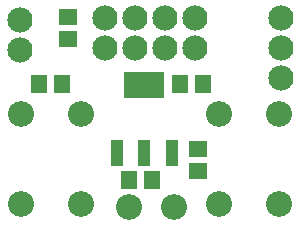
<source format=gbr>
G04 DipTrace 2.4.0.2*
%INTopMask.gbr*%
%MOIN*%
%ADD16O,0.087X0.085*%
%ADD29C,0.084*%
%ADD31R,0.0631X0.0552*%
%ADD33C,0.084*%
%ADD35R,0.0552X0.0631*%
%ADD37R,0.132X0.0886*%
%ADD39R,0.0414X0.0886*%
%FSLAX44Y44*%
G04*
G70*
G90*
G75*
G01*
%LNTopMask*%
%LPD*%
D39*
X8040Y6740D3*
X8946D3*
X9851D3*
D37*
X8946Y9023D3*
D35*
X8436Y5840D3*
X9184D3*
D33*
X7640Y10240D3*
Y11240D3*
X8640Y10240D3*
Y11240D3*
X9640Y10240D3*
Y11240D3*
X10640Y10240D3*
Y11240D3*
D35*
X10136Y9040D3*
X10884D3*
D31*
X10740Y6136D3*
Y6884D3*
D29*
X4790Y10190D3*
Y11190D3*
X13490Y9240D3*
Y10240D3*
Y11240D3*
D35*
X5440Y9040D3*
X6188D3*
D31*
X6390Y10540D3*
Y11288D3*
D16*
X4845Y8035D3*
X6835Y5035D3*
X4845Y5045D3*
X11445Y8035D3*
X13435Y8045D3*
X11445Y5045D3*
X13435D3*
X6825Y8035D3*
X8445Y4945D3*
X9945D3*
M02*

</source>
